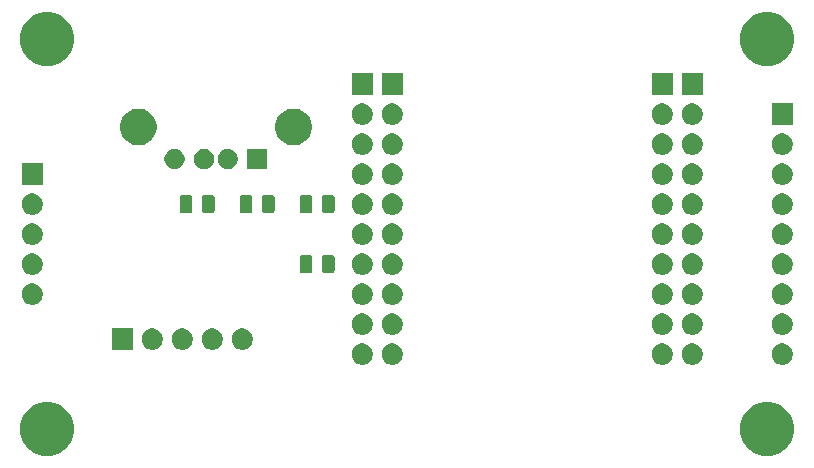
<source format=gts>
G04 #@! TF.GenerationSoftware,KiCad,Pcbnew,(5.1.5)-3*
G04 #@! TF.CreationDate,2020-05-07T08:06:12+03:00*
G04 #@! TF.ProjectId,PCB1,50434231-2e6b-4696-9361-645f70636258,rev?*
G04 #@! TF.SameCoordinates,Original*
G04 #@! TF.FileFunction,Soldermask,Top*
G04 #@! TF.FilePolarity,Negative*
%FSLAX46Y46*%
G04 Gerber Fmt 4.6, Leading zero omitted, Abs format (unit mm)*
G04 Created by KiCad (PCBNEW (5.1.5)-3) date 2020-05-07 08:06:12*
%MOMM*%
%LPD*%
G04 APERTURE LIST*
%ADD10C,0.100000*%
G04 APERTURE END LIST*
D10*
G36*
X98461304Y-67637002D02*
G01*
X98880139Y-67810489D01*
X98880141Y-67810490D01*
X99069891Y-67937277D01*
X99257082Y-68062354D01*
X99577646Y-68382918D01*
X99829511Y-68759861D01*
X100002998Y-69178696D01*
X100091440Y-69623327D01*
X100091440Y-70076673D01*
X100002998Y-70521304D01*
X99829511Y-70940139D01*
X99829510Y-70940141D01*
X99577645Y-71317083D01*
X99257083Y-71637645D01*
X98880141Y-71889510D01*
X98880140Y-71889511D01*
X98880139Y-71889511D01*
X98461304Y-72062998D01*
X98016673Y-72151440D01*
X97563327Y-72151440D01*
X97118696Y-72062998D01*
X96699861Y-71889511D01*
X96699860Y-71889511D01*
X96699859Y-71889510D01*
X96322917Y-71637645D01*
X96002355Y-71317083D01*
X95750490Y-70940141D01*
X95750489Y-70940139D01*
X95577002Y-70521304D01*
X95488560Y-70076673D01*
X95488560Y-69623327D01*
X95577002Y-69178696D01*
X95750489Y-68759861D01*
X96002354Y-68382918D01*
X96322918Y-68062354D01*
X96510109Y-67937277D01*
X96699859Y-67810490D01*
X96699861Y-67810489D01*
X97118696Y-67637002D01*
X97563327Y-67548560D01*
X98016673Y-67548560D01*
X98461304Y-67637002D01*
G37*
G36*
X37501304Y-67637002D02*
G01*
X37920139Y-67810489D01*
X37920141Y-67810490D01*
X38109891Y-67937277D01*
X38297082Y-68062354D01*
X38617646Y-68382918D01*
X38869511Y-68759861D01*
X39042998Y-69178696D01*
X39131440Y-69623327D01*
X39131440Y-70076673D01*
X39042998Y-70521304D01*
X38869511Y-70940139D01*
X38869510Y-70940141D01*
X38617645Y-71317083D01*
X38297083Y-71637645D01*
X37920141Y-71889510D01*
X37920140Y-71889511D01*
X37920139Y-71889511D01*
X37501304Y-72062998D01*
X37056673Y-72151440D01*
X36603327Y-72151440D01*
X36158696Y-72062998D01*
X35739861Y-71889511D01*
X35739860Y-71889511D01*
X35739859Y-71889510D01*
X35362917Y-71637645D01*
X35042355Y-71317083D01*
X34790490Y-70940141D01*
X34790489Y-70940139D01*
X34617002Y-70521304D01*
X34528560Y-70076673D01*
X34528560Y-69623327D01*
X34617002Y-69178696D01*
X34790489Y-68759861D01*
X35042354Y-68382918D01*
X35362918Y-68062354D01*
X35550109Y-67937277D01*
X35739859Y-67810490D01*
X35739861Y-67810489D01*
X36158696Y-67637002D01*
X36603327Y-67548560D01*
X37056673Y-67548560D01*
X37501304Y-67637002D01*
G37*
G36*
X66153512Y-62603927D02*
G01*
X66302812Y-62633624D01*
X66466784Y-62701544D01*
X66614354Y-62800147D01*
X66739853Y-62925646D01*
X66838456Y-63073216D01*
X66906376Y-63237188D01*
X66941000Y-63411259D01*
X66941000Y-63588741D01*
X66906376Y-63762812D01*
X66838456Y-63926784D01*
X66739853Y-64074354D01*
X66614354Y-64199853D01*
X66466784Y-64298456D01*
X66302812Y-64366376D01*
X66153512Y-64396073D01*
X66128742Y-64401000D01*
X65951258Y-64401000D01*
X65926488Y-64396073D01*
X65777188Y-64366376D01*
X65613216Y-64298456D01*
X65465646Y-64199853D01*
X65340147Y-64074354D01*
X65241544Y-63926784D01*
X65173624Y-63762812D01*
X65139000Y-63588741D01*
X65139000Y-63411259D01*
X65173624Y-63237188D01*
X65241544Y-63073216D01*
X65340147Y-62925646D01*
X65465646Y-62800147D01*
X65613216Y-62701544D01*
X65777188Y-62633624D01*
X65926488Y-62603927D01*
X65951258Y-62599000D01*
X66128742Y-62599000D01*
X66153512Y-62603927D01*
G37*
G36*
X99173512Y-62603927D02*
G01*
X99322812Y-62633624D01*
X99486784Y-62701544D01*
X99634354Y-62800147D01*
X99759853Y-62925646D01*
X99858456Y-63073216D01*
X99926376Y-63237188D01*
X99961000Y-63411259D01*
X99961000Y-63588741D01*
X99926376Y-63762812D01*
X99858456Y-63926784D01*
X99759853Y-64074354D01*
X99634354Y-64199853D01*
X99486784Y-64298456D01*
X99322812Y-64366376D01*
X99173512Y-64396073D01*
X99148742Y-64401000D01*
X98971258Y-64401000D01*
X98946488Y-64396073D01*
X98797188Y-64366376D01*
X98633216Y-64298456D01*
X98485646Y-64199853D01*
X98360147Y-64074354D01*
X98261544Y-63926784D01*
X98193624Y-63762812D01*
X98159000Y-63588741D01*
X98159000Y-63411259D01*
X98193624Y-63237188D01*
X98261544Y-63073216D01*
X98360147Y-62925646D01*
X98485646Y-62800147D01*
X98633216Y-62701544D01*
X98797188Y-62633624D01*
X98946488Y-62603927D01*
X98971258Y-62599000D01*
X99148742Y-62599000D01*
X99173512Y-62603927D01*
G37*
G36*
X91553512Y-62603927D02*
G01*
X91702812Y-62633624D01*
X91866784Y-62701544D01*
X92014354Y-62800147D01*
X92139853Y-62925646D01*
X92238456Y-63073216D01*
X92306376Y-63237188D01*
X92341000Y-63411259D01*
X92341000Y-63588741D01*
X92306376Y-63762812D01*
X92238456Y-63926784D01*
X92139853Y-64074354D01*
X92014354Y-64199853D01*
X91866784Y-64298456D01*
X91702812Y-64366376D01*
X91553512Y-64396073D01*
X91528742Y-64401000D01*
X91351258Y-64401000D01*
X91326488Y-64396073D01*
X91177188Y-64366376D01*
X91013216Y-64298456D01*
X90865646Y-64199853D01*
X90740147Y-64074354D01*
X90641544Y-63926784D01*
X90573624Y-63762812D01*
X90539000Y-63588741D01*
X90539000Y-63411259D01*
X90573624Y-63237188D01*
X90641544Y-63073216D01*
X90740147Y-62925646D01*
X90865646Y-62800147D01*
X91013216Y-62701544D01*
X91177188Y-62633624D01*
X91326488Y-62603927D01*
X91351258Y-62599000D01*
X91528742Y-62599000D01*
X91553512Y-62603927D01*
G37*
G36*
X89013512Y-62603927D02*
G01*
X89162812Y-62633624D01*
X89326784Y-62701544D01*
X89474354Y-62800147D01*
X89599853Y-62925646D01*
X89698456Y-63073216D01*
X89766376Y-63237188D01*
X89801000Y-63411259D01*
X89801000Y-63588741D01*
X89766376Y-63762812D01*
X89698456Y-63926784D01*
X89599853Y-64074354D01*
X89474354Y-64199853D01*
X89326784Y-64298456D01*
X89162812Y-64366376D01*
X89013512Y-64396073D01*
X88988742Y-64401000D01*
X88811258Y-64401000D01*
X88786488Y-64396073D01*
X88637188Y-64366376D01*
X88473216Y-64298456D01*
X88325646Y-64199853D01*
X88200147Y-64074354D01*
X88101544Y-63926784D01*
X88033624Y-63762812D01*
X87999000Y-63588741D01*
X87999000Y-63411259D01*
X88033624Y-63237188D01*
X88101544Y-63073216D01*
X88200147Y-62925646D01*
X88325646Y-62800147D01*
X88473216Y-62701544D01*
X88637188Y-62633624D01*
X88786488Y-62603927D01*
X88811258Y-62599000D01*
X88988742Y-62599000D01*
X89013512Y-62603927D01*
G37*
G36*
X63613512Y-62603927D02*
G01*
X63762812Y-62633624D01*
X63926784Y-62701544D01*
X64074354Y-62800147D01*
X64199853Y-62925646D01*
X64298456Y-63073216D01*
X64366376Y-63237188D01*
X64401000Y-63411259D01*
X64401000Y-63588741D01*
X64366376Y-63762812D01*
X64298456Y-63926784D01*
X64199853Y-64074354D01*
X64074354Y-64199853D01*
X63926784Y-64298456D01*
X63762812Y-64366376D01*
X63613512Y-64396073D01*
X63588742Y-64401000D01*
X63411258Y-64401000D01*
X63386488Y-64396073D01*
X63237188Y-64366376D01*
X63073216Y-64298456D01*
X62925646Y-64199853D01*
X62800147Y-64074354D01*
X62701544Y-63926784D01*
X62633624Y-63762812D01*
X62599000Y-63588741D01*
X62599000Y-63411259D01*
X62633624Y-63237188D01*
X62701544Y-63073216D01*
X62800147Y-62925646D01*
X62925646Y-62800147D01*
X63073216Y-62701544D01*
X63237188Y-62633624D01*
X63386488Y-62603927D01*
X63411258Y-62599000D01*
X63588742Y-62599000D01*
X63613512Y-62603927D01*
G37*
G36*
X45833512Y-61333927D02*
G01*
X45982812Y-61363624D01*
X46146784Y-61431544D01*
X46294354Y-61530147D01*
X46419853Y-61655646D01*
X46518456Y-61803216D01*
X46586376Y-61967188D01*
X46621000Y-62141259D01*
X46621000Y-62318741D01*
X46586376Y-62492812D01*
X46518456Y-62656784D01*
X46419853Y-62804354D01*
X46294354Y-62929853D01*
X46146784Y-63028456D01*
X45982812Y-63096376D01*
X45833512Y-63126073D01*
X45808742Y-63131000D01*
X45631258Y-63131000D01*
X45606488Y-63126073D01*
X45457188Y-63096376D01*
X45293216Y-63028456D01*
X45145646Y-62929853D01*
X45020147Y-62804354D01*
X44921544Y-62656784D01*
X44853624Y-62492812D01*
X44819000Y-62318741D01*
X44819000Y-62141259D01*
X44853624Y-61967188D01*
X44921544Y-61803216D01*
X45020147Y-61655646D01*
X45145646Y-61530147D01*
X45293216Y-61431544D01*
X45457188Y-61363624D01*
X45606488Y-61333927D01*
X45631258Y-61329000D01*
X45808742Y-61329000D01*
X45833512Y-61333927D01*
G37*
G36*
X44081000Y-63131000D02*
G01*
X42279000Y-63131000D01*
X42279000Y-61329000D01*
X44081000Y-61329000D01*
X44081000Y-63131000D01*
G37*
G36*
X48373512Y-61333927D02*
G01*
X48522812Y-61363624D01*
X48686784Y-61431544D01*
X48834354Y-61530147D01*
X48959853Y-61655646D01*
X49058456Y-61803216D01*
X49126376Y-61967188D01*
X49161000Y-62141259D01*
X49161000Y-62318741D01*
X49126376Y-62492812D01*
X49058456Y-62656784D01*
X48959853Y-62804354D01*
X48834354Y-62929853D01*
X48686784Y-63028456D01*
X48522812Y-63096376D01*
X48373512Y-63126073D01*
X48348742Y-63131000D01*
X48171258Y-63131000D01*
X48146488Y-63126073D01*
X47997188Y-63096376D01*
X47833216Y-63028456D01*
X47685646Y-62929853D01*
X47560147Y-62804354D01*
X47461544Y-62656784D01*
X47393624Y-62492812D01*
X47359000Y-62318741D01*
X47359000Y-62141259D01*
X47393624Y-61967188D01*
X47461544Y-61803216D01*
X47560147Y-61655646D01*
X47685646Y-61530147D01*
X47833216Y-61431544D01*
X47997188Y-61363624D01*
X48146488Y-61333927D01*
X48171258Y-61329000D01*
X48348742Y-61329000D01*
X48373512Y-61333927D01*
G37*
G36*
X50913512Y-61333927D02*
G01*
X51062812Y-61363624D01*
X51226784Y-61431544D01*
X51374354Y-61530147D01*
X51499853Y-61655646D01*
X51598456Y-61803216D01*
X51666376Y-61967188D01*
X51701000Y-62141259D01*
X51701000Y-62318741D01*
X51666376Y-62492812D01*
X51598456Y-62656784D01*
X51499853Y-62804354D01*
X51374354Y-62929853D01*
X51226784Y-63028456D01*
X51062812Y-63096376D01*
X50913512Y-63126073D01*
X50888742Y-63131000D01*
X50711258Y-63131000D01*
X50686488Y-63126073D01*
X50537188Y-63096376D01*
X50373216Y-63028456D01*
X50225646Y-62929853D01*
X50100147Y-62804354D01*
X50001544Y-62656784D01*
X49933624Y-62492812D01*
X49899000Y-62318741D01*
X49899000Y-62141259D01*
X49933624Y-61967188D01*
X50001544Y-61803216D01*
X50100147Y-61655646D01*
X50225646Y-61530147D01*
X50373216Y-61431544D01*
X50537188Y-61363624D01*
X50686488Y-61333927D01*
X50711258Y-61329000D01*
X50888742Y-61329000D01*
X50913512Y-61333927D01*
G37*
G36*
X53453512Y-61333927D02*
G01*
X53602812Y-61363624D01*
X53766784Y-61431544D01*
X53914354Y-61530147D01*
X54039853Y-61655646D01*
X54138456Y-61803216D01*
X54206376Y-61967188D01*
X54241000Y-62141259D01*
X54241000Y-62318741D01*
X54206376Y-62492812D01*
X54138456Y-62656784D01*
X54039853Y-62804354D01*
X53914354Y-62929853D01*
X53766784Y-63028456D01*
X53602812Y-63096376D01*
X53453512Y-63126073D01*
X53428742Y-63131000D01*
X53251258Y-63131000D01*
X53226488Y-63126073D01*
X53077188Y-63096376D01*
X52913216Y-63028456D01*
X52765646Y-62929853D01*
X52640147Y-62804354D01*
X52541544Y-62656784D01*
X52473624Y-62492812D01*
X52439000Y-62318741D01*
X52439000Y-62141259D01*
X52473624Y-61967188D01*
X52541544Y-61803216D01*
X52640147Y-61655646D01*
X52765646Y-61530147D01*
X52913216Y-61431544D01*
X53077188Y-61363624D01*
X53226488Y-61333927D01*
X53251258Y-61329000D01*
X53428742Y-61329000D01*
X53453512Y-61333927D01*
G37*
G36*
X89013512Y-60063927D02*
G01*
X89162812Y-60093624D01*
X89326784Y-60161544D01*
X89474354Y-60260147D01*
X89599853Y-60385646D01*
X89698456Y-60533216D01*
X89766376Y-60697188D01*
X89801000Y-60871259D01*
X89801000Y-61048741D01*
X89766376Y-61222812D01*
X89698456Y-61386784D01*
X89599853Y-61534354D01*
X89474354Y-61659853D01*
X89326784Y-61758456D01*
X89162812Y-61826376D01*
X89013512Y-61856073D01*
X88988742Y-61861000D01*
X88811258Y-61861000D01*
X88786488Y-61856073D01*
X88637188Y-61826376D01*
X88473216Y-61758456D01*
X88325646Y-61659853D01*
X88200147Y-61534354D01*
X88101544Y-61386784D01*
X88033624Y-61222812D01*
X87999000Y-61048741D01*
X87999000Y-60871259D01*
X88033624Y-60697188D01*
X88101544Y-60533216D01*
X88200147Y-60385646D01*
X88325646Y-60260147D01*
X88473216Y-60161544D01*
X88637188Y-60093624D01*
X88786488Y-60063927D01*
X88811258Y-60059000D01*
X88988742Y-60059000D01*
X89013512Y-60063927D01*
G37*
G36*
X99173512Y-60063927D02*
G01*
X99322812Y-60093624D01*
X99486784Y-60161544D01*
X99634354Y-60260147D01*
X99759853Y-60385646D01*
X99858456Y-60533216D01*
X99926376Y-60697188D01*
X99961000Y-60871259D01*
X99961000Y-61048741D01*
X99926376Y-61222812D01*
X99858456Y-61386784D01*
X99759853Y-61534354D01*
X99634354Y-61659853D01*
X99486784Y-61758456D01*
X99322812Y-61826376D01*
X99173512Y-61856073D01*
X99148742Y-61861000D01*
X98971258Y-61861000D01*
X98946488Y-61856073D01*
X98797188Y-61826376D01*
X98633216Y-61758456D01*
X98485646Y-61659853D01*
X98360147Y-61534354D01*
X98261544Y-61386784D01*
X98193624Y-61222812D01*
X98159000Y-61048741D01*
X98159000Y-60871259D01*
X98193624Y-60697188D01*
X98261544Y-60533216D01*
X98360147Y-60385646D01*
X98485646Y-60260147D01*
X98633216Y-60161544D01*
X98797188Y-60093624D01*
X98946488Y-60063927D01*
X98971258Y-60059000D01*
X99148742Y-60059000D01*
X99173512Y-60063927D01*
G37*
G36*
X91553512Y-60063927D02*
G01*
X91702812Y-60093624D01*
X91866784Y-60161544D01*
X92014354Y-60260147D01*
X92139853Y-60385646D01*
X92238456Y-60533216D01*
X92306376Y-60697188D01*
X92341000Y-60871259D01*
X92341000Y-61048741D01*
X92306376Y-61222812D01*
X92238456Y-61386784D01*
X92139853Y-61534354D01*
X92014354Y-61659853D01*
X91866784Y-61758456D01*
X91702812Y-61826376D01*
X91553512Y-61856073D01*
X91528742Y-61861000D01*
X91351258Y-61861000D01*
X91326488Y-61856073D01*
X91177188Y-61826376D01*
X91013216Y-61758456D01*
X90865646Y-61659853D01*
X90740147Y-61534354D01*
X90641544Y-61386784D01*
X90573624Y-61222812D01*
X90539000Y-61048741D01*
X90539000Y-60871259D01*
X90573624Y-60697188D01*
X90641544Y-60533216D01*
X90740147Y-60385646D01*
X90865646Y-60260147D01*
X91013216Y-60161544D01*
X91177188Y-60093624D01*
X91326488Y-60063927D01*
X91351258Y-60059000D01*
X91528742Y-60059000D01*
X91553512Y-60063927D01*
G37*
G36*
X66153512Y-60063927D02*
G01*
X66302812Y-60093624D01*
X66466784Y-60161544D01*
X66614354Y-60260147D01*
X66739853Y-60385646D01*
X66838456Y-60533216D01*
X66906376Y-60697188D01*
X66941000Y-60871259D01*
X66941000Y-61048741D01*
X66906376Y-61222812D01*
X66838456Y-61386784D01*
X66739853Y-61534354D01*
X66614354Y-61659853D01*
X66466784Y-61758456D01*
X66302812Y-61826376D01*
X66153512Y-61856073D01*
X66128742Y-61861000D01*
X65951258Y-61861000D01*
X65926488Y-61856073D01*
X65777188Y-61826376D01*
X65613216Y-61758456D01*
X65465646Y-61659853D01*
X65340147Y-61534354D01*
X65241544Y-61386784D01*
X65173624Y-61222812D01*
X65139000Y-61048741D01*
X65139000Y-60871259D01*
X65173624Y-60697188D01*
X65241544Y-60533216D01*
X65340147Y-60385646D01*
X65465646Y-60260147D01*
X65613216Y-60161544D01*
X65777188Y-60093624D01*
X65926488Y-60063927D01*
X65951258Y-60059000D01*
X66128742Y-60059000D01*
X66153512Y-60063927D01*
G37*
G36*
X63613512Y-60063927D02*
G01*
X63762812Y-60093624D01*
X63926784Y-60161544D01*
X64074354Y-60260147D01*
X64199853Y-60385646D01*
X64298456Y-60533216D01*
X64366376Y-60697188D01*
X64401000Y-60871259D01*
X64401000Y-61048741D01*
X64366376Y-61222812D01*
X64298456Y-61386784D01*
X64199853Y-61534354D01*
X64074354Y-61659853D01*
X63926784Y-61758456D01*
X63762812Y-61826376D01*
X63613512Y-61856073D01*
X63588742Y-61861000D01*
X63411258Y-61861000D01*
X63386488Y-61856073D01*
X63237188Y-61826376D01*
X63073216Y-61758456D01*
X62925646Y-61659853D01*
X62800147Y-61534354D01*
X62701544Y-61386784D01*
X62633624Y-61222812D01*
X62599000Y-61048741D01*
X62599000Y-60871259D01*
X62633624Y-60697188D01*
X62701544Y-60533216D01*
X62800147Y-60385646D01*
X62925646Y-60260147D01*
X63073216Y-60161544D01*
X63237188Y-60093624D01*
X63386488Y-60063927D01*
X63411258Y-60059000D01*
X63588742Y-60059000D01*
X63613512Y-60063927D01*
G37*
G36*
X91553512Y-57523927D02*
G01*
X91702812Y-57553624D01*
X91866784Y-57621544D01*
X92014354Y-57720147D01*
X92139853Y-57845646D01*
X92238456Y-57993216D01*
X92306376Y-58157188D01*
X92341000Y-58331259D01*
X92341000Y-58508741D01*
X92306376Y-58682812D01*
X92238456Y-58846784D01*
X92139853Y-58994354D01*
X92014354Y-59119853D01*
X91866784Y-59218456D01*
X91702812Y-59286376D01*
X91553512Y-59316073D01*
X91528742Y-59321000D01*
X91351258Y-59321000D01*
X91326488Y-59316073D01*
X91177188Y-59286376D01*
X91013216Y-59218456D01*
X90865646Y-59119853D01*
X90740147Y-58994354D01*
X90641544Y-58846784D01*
X90573624Y-58682812D01*
X90539000Y-58508741D01*
X90539000Y-58331259D01*
X90573624Y-58157188D01*
X90641544Y-57993216D01*
X90740147Y-57845646D01*
X90865646Y-57720147D01*
X91013216Y-57621544D01*
X91177188Y-57553624D01*
X91326488Y-57523927D01*
X91351258Y-57519000D01*
X91528742Y-57519000D01*
X91553512Y-57523927D01*
G37*
G36*
X63613512Y-57523927D02*
G01*
X63762812Y-57553624D01*
X63926784Y-57621544D01*
X64074354Y-57720147D01*
X64199853Y-57845646D01*
X64298456Y-57993216D01*
X64366376Y-58157188D01*
X64401000Y-58331259D01*
X64401000Y-58508741D01*
X64366376Y-58682812D01*
X64298456Y-58846784D01*
X64199853Y-58994354D01*
X64074354Y-59119853D01*
X63926784Y-59218456D01*
X63762812Y-59286376D01*
X63613512Y-59316073D01*
X63588742Y-59321000D01*
X63411258Y-59321000D01*
X63386488Y-59316073D01*
X63237188Y-59286376D01*
X63073216Y-59218456D01*
X62925646Y-59119853D01*
X62800147Y-58994354D01*
X62701544Y-58846784D01*
X62633624Y-58682812D01*
X62599000Y-58508741D01*
X62599000Y-58331259D01*
X62633624Y-58157188D01*
X62701544Y-57993216D01*
X62800147Y-57845646D01*
X62925646Y-57720147D01*
X63073216Y-57621544D01*
X63237188Y-57553624D01*
X63386488Y-57523927D01*
X63411258Y-57519000D01*
X63588742Y-57519000D01*
X63613512Y-57523927D01*
G37*
G36*
X66153512Y-57523927D02*
G01*
X66302812Y-57553624D01*
X66466784Y-57621544D01*
X66614354Y-57720147D01*
X66739853Y-57845646D01*
X66838456Y-57993216D01*
X66906376Y-58157188D01*
X66941000Y-58331259D01*
X66941000Y-58508741D01*
X66906376Y-58682812D01*
X66838456Y-58846784D01*
X66739853Y-58994354D01*
X66614354Y-59119853D01*
X66466784Y-59218456D01*
X66302812Y-59286376D01*
X66153512Y-59316073D01*
X66128742Y-59321000D01*
X65951258Y-59321000D01*
X65926488Y-59316073D01*
X65777188Y-59286376D01*
X65613216Y-59218456D01*
X65465646Y-59119853D01*
X65340147Y-58994354D01*
X65241544Y-58846784D01*
X65173624Y-58682812D01*
X65139000Y-58508741D01*
X65139000Y-58331259D01*
X65173624Y-58157188D01*
X65241544Y-57993216D01*
X65340147Y-57845646D01*
X65465646Y-57720147D01*
X65613216Y-57621544D01*
X65777188Y-57553624D01*
X65926488Y-57523927D01*
X65951258Y-57519000D01*
X66128742Y-57519000D01*
X66153512Y-57523927D01*
G37*
G36*
X99173512Y-57523927D02*
G01*
X99322812Y-57553624D01*
X99486784Y-57621544D01*
X99634354Y-57720147D01*
X99759853Y-57845646D01*
X99858456Y-57993216D01*
X99926376Y-58157188D01*
X99961000Y-58331259D01*
X99961000Y-58508741D01*
X99926376Y-58682812D01*
X99858456Y-58846784D01*
X99759853Y-58994354D01*
X99634354Y-59119853D01*
X99486784Y-59218456D01*
X99322812Y-59286376D01*
X99173512Y-59316073D01*
X99148742Y-59321000D01*
X98971258Y-59321000D01*
X98946488Y-59316073D01*
X98797188Y-59286376D01*
X98633216Y-59218456D01*
X98485646Y-59119853D01*
X98360147Y-58994354D01*
X98261544Y-58846784D01*
X98193624Y-58682812D01*
X98159000Y-58508741D01*
X98159000Y-58331259D01*
X98193624Y-58157188D01*
X98261544Y-57993216D01*
X98360147Y-57845646D01*
X98485646Y-57720147D01*
X98633216Y-57621544D01*
X98797188Y-57553624D01*
X98946488Y-57523927D01*
X98971258Y-57519000D01*
X99148742Y-57519000D01*
X99173512Y-57523927D01*
G37*
G36*
X89013512Y-57523927D02*
G01*
X89162812Y-57553624D01*
X89326784Y-57621544D01*
X89474354Y-57720147D01*
X89599853Y-57845646D01*
X89698456Y-57993216D01*
X89766376Y-58157188D01*
X89801000Y-58331259D01*
X89801000Y-58508741D01*
X89766376Y-58682812D01*
X89698456Y-58846784D01*
X89599853Y-58994354D01*
X89474354Y-59119853D01*
X89326784Y-59218456D01*
X89162812Y-59286376D01*
X89013512Y-59316073D01*
X88988742Y-59321000D01*
X88811258Y-59321000D01*
X88786488Y-59316073D01*
X88637188Y-59286376D01*
X88473216Y-59218456D01*
X88325646Y-59119853D01*
X88200147Y-58994354D01*
X88101544Y-58846784D01*
X88033624Y-58682812D01*
X87999000Y-58508741D01*
X87999000Y-58331259D01*
X88033624Y-58157188D01*
X88101544Y-57993216D01*
X88200147Y-57845646D01*
X88325646Y-57720147D01*
X88473216Y-57621544D01*
X88637188Y-57553624D01*
X88786488Y-57523927D01*
X88811258Y-57519000D01*
X88988742Y-57519000D01*
X89013512Y-57523927D01*
G37*
G36*
X35673512Y-57523927D02*
G01*
X35822812Y-57553624D01*
X35986784Y-57621544D01*
X36134354Y-57720147D01*
X36259853Y-57845646D01*
X36358456Y-57993216D01*
X36426376Y-58157188D01*
X36461000Y-58331259D01*
X36461000Y-58508741D01*
X36426376Y-58682812D01*
X36358456Y-58846784D01*
X36259853Y-58994354D01*
X36134354Y-59119853D01*
X35986784Y-59218456D01*
X35822812Y-59286376D01*
X35673512Y-59316073D01*
X35648742Y-59321000D01*
X35471258Y-59321000D01*
X35446488Y-59316073D01*
X35297188Y-59286376D01*
X35133216Y-59218456D01*
X34985646Y-59119853D01*
X34860147Y-58994354D01*
X34761544Y-58846784D01*
X34693624Y-58682812D01*
X34659000Y-58508741D01*
X34659000Y-58331259D01*
X34693624Y-58157188D01*
X34761544Y-57993216D01*
X34860147Y-57845646D01*
X34985646Y-57720147D01*
X35133216Y-57621544D01*
X35297188Y-57553624D01*
X35446488Y-57523927D01*
X35471258Y-57519000D01*
X35648742Y-57519000D01*
X35673512Y-57523927D01*
G37*
G36*
X66153512Y-54983927D02*
G01*
X66302812Y-55013624D01*
X66466784Y-55081544D01*
X66614354Y-55180147D01*
X66739853Y-55305646D01*
X66838456Y-55453216D01*
X66906376Y-55617188D01*
X66941000Y-55791259D01*
X66941000Y-55968741D01*
X66906376Y-56142812D01*
X66838456Y-56306784D01*
X66739853Y-56454354D01*
X66614354Y-56579853D01*
X66466784Y-56678456D01*
X66302812Y-56746376D01*
X66153512Y-56776073D01*
X66128742Y-56781000D01*
X65951258Y-56781000D01*
X65926488Y-56776073D01*
X65777188Y-56746376D01*
X65613216Y-56678456D01*
X65465646Y-56579853D01*
X65340147Y-56454354D01*
X65241544Y-56306784D01*
X65173624Y-56142812D01*
X65139000Y-55968741D01*
X65139000Y-55791259D01*
X65173624Y-55617188D01*
X65241544Y-55453216D01*
X65340147Y-55305646D01*
X65465646Y-55180147D01*
X65613216Y-55081544D01*
X65777188Y-55013624D01*
X65926488Y-54983927D01*
X65951258Y-54979000D01*
X66128742Y-54979000D01*
X66153512Y-54983927D01*
G37*
G36*
X99173512Y-54983927D02*
G01*
X99322812Y-55013624D01*
X99486784Y-55081544D01*
X99634354Y-55180147D01*
X99759853Y-55305646D01*
X99858456Y-55453216D01*
X99926376Y-55617188D01*
X99961000Y-55791259D01*
X99961000Y-55968741D01*
X99926376Y-56142812D01*
X99858456Y-56306784D01*
X99759853Y-56454354D01*
X99634354Y-56579853D01*
X99486784Y-56678456D01*
X99322812Y-56746376D01*
X99173512Y-56776073D01*
X99148742Y-56781000D01*
X98971258Y-56781000D01*
X98946488Y-56776073D01*
X98797188Y-56746376D01*
X98633216Y-56678456D01*
X98485646Y-56579853D01*
X98360147Y-56454354D01*
X98261544Y-56306784D01*
X98193624Y-56142812D01*
X98159000Y-55968741D01*
X98159000Y-55791259D01*
X98193624Y-55617188D01*
X98261544Y-55453216D01*
X98360147Y-55305646D01*
X98485646Y-55180147D01*
X98633216Y-55081544D01*
X98797188Y-55013624D01*
X98946488Y-54983927D01*
X98971258Y-54979000D01*
X99148742Y-54979000D01*
X99173512Y-54983927D01*
G37*
G36*
X63613512Y-54983927D02*
G01*
X63762812Y-55013624D01*
X63926784Y-55081544D01*
X64074354Y-55180147D01*
X64199853Y-55305646D01*
X64298456Y-55453216D01*
X64366376Y-55617188D01*
X64401000Y-55791259D01*
X64401000Y-55968741D01*
X64366376Y-56142812D01*
X64298456Y-56306784D01*
X64199853Y-56454354D01*
X64074354Y-56579853D01*
X63926784Y-56678456D01*
X63762812Y-56746376D01*
X63613512Y-56776073D01*
X63588742Y-56781000D01*
X63411258Y-56781000D01*
X63386488Y-56776073D01*
X63237188Y-56746376D01*
X63073216Y-56678456D01*
X62925646Y-56579853D01*
X62800147Y-56454354D01*
X62701544Y-56306784D01*
X62633624Y-56142812D01*
X62599000Y-55968741D01*
X62599000Y-55791259D01*
X62633624Y-55617188D01*
X62701544Y-55453216D01*
X62800147Y-55305646D01*
X62925646Y-55180147D01*
X63073216Y-55081544D01*
X63237188Y-55013624D01*
X63386488Y-54983927D01*
X63411258Y-54979000D01*
X63588742Y-54979000D01*
X63613512Y-54983927D01*
G37*
G36*
X35673512Y-54983927D02*
G01*
X35822812Y-55013624D01*
X35986784Y-55081544D01*
X36134354Y-55180147D01*
X36259853Y-55305646D01*
X36358456Y-55453216D01*
X36426376Y-55617188D01*
X36461000Y-55791259D01*
X36461000Y-55968741D01*
X36426376Y-56142812D01*
X36358456Y-56306784D01*
X36259853Y-56454354D01*
X36134354Y-56579853D01*
X35986784Y-56678456D01*
X35822812Y-56746376D01*
X35673512Y-56776073D01*
X35648742Y-56781000D01*
X35471258Y-56781000D01*
X35446488Y-56776073D01*
X35297188Y-56746376D01*
X35133216Y-56678456D01*
X34985646Y-56579853D01*
X34860147Y-56454354D01*
X34761544Y-56306784D01*
X34693624Y-56142812D01*
X34659000Y-55968741D01*
X34659000Y-55791259D01*
X34693624Y-55617188D01*
X34761544Y-55453216D01*
X34860147Y-55305646D01*
X34985646Y-55180147D01*
X35133216Y-55081544D01*
X35297188Y-55013624D01*
X35446488Y-54983927D01*
X35471258Y-54979000D01*
X35648742Y-54979000D01*
X35673512Y-54983927D01*
G37*
G36*
X89013512Y-54983927D02*
G01*
X89162812Y-55013624D01*
X89326784Y-55081544D01*
X89474354Y-55180147D01*
X89599853Y-55305646D01*
X89698456Y-55453216D01*
X89766376Y-55617188D01*
X89801000Y-55791259D01*
X89801000Y-55968741D01*
X89766376Y-56142812D01*
X89698456Y-56306784D01*
X89599853Y-56454354D01*
X89474354Y-56579853D01*
X89326784Y-56678456D01*
X89162812Y-56746376D01*
X89013512Y-56776073D01*
X88988742Y-56781000D01*
X88811258Y-56781000D01*
X88786488Y-56776073D01*
X88637188Y-56746376D01*
X88473216Y-56678456D01*
X88325646Y-56579853D01*
X88200147Y-56454354D01*
X88101544Y-56306784D01*
X88033624Y-56142812D01*
X87999000Y-55968741D01*
X87999000Y-55791259D01*
X88033624Y-55617188D01*
X88101544Y-55453216D01*
X88200147Y-55305646D01*
X88325646Y-55180147D01*
X88473216Y-55081544D01*
X88637188Y-55013624D01*
X88786488Y-54983927D01*
X88811258Y-54979000D01*
X88988742Y-54979000D01*
X89013512Y-54983927D01*
G37*
G36*
X91553512Y-54983927D02*
G01*
X91702812Y-55013624D01*
X91866784Y-55081544D01*
X92014354Y-55180147D01*
X92139853Y-55305646D01*
X92238456Y-55453216D01*
X92306376Y-55617188D01*
X92341000Y-55791259D01*
X92341000Y-55968741D01*
X92306376Y-56142812D01*
X92238456Y-56306784D01*
X92139853Y-56454354D01*
X92014354Y-56579853D01*
X91866784Y-56678456D01*
X91702812Y-56746376D01*
X91553512Y-56776073D01*
X91528742Y-56781000D01*
X91351258Y-56781000D01*
X91326488Y-56776073D01*
X91177188Y-56746376D01*
X91013216Y-56678456D01*
X90865646Y-56579853D01*
X90740147Y-56454354D01*
X90641544Y-56306784D01*
X90573624Y-56142812D01*
X90539000Y-55968741D01*
X90539000Y-55791259D01*
X90573624Y-55617188D01*
X90641544Y-55453216D01*
X90740147Y-55305646D01*
X90865646Y-55180147D01*
X91013216Y-55081544D01*
X91177188Y-55013624D01*
X91326488Y-54983927D01*
X91351258Y-54979000D01*
X91528742Y-54979000D01*
X91553512Y-54983927D01*
G37*
G36*
X59124468Y-55133565D02*
G01*
X59163138Y-55145296D01*
X59198777Y-55164346D01*
X59230017Y-55189983D01*
X59255654Y-55221223D01*
X59274704Y-55256862D01*
X59286435Y-55295532D01*
X59291000Y-55341888D01*
X59291000Y-56418112D01*
X59286435Y-56464468D01*
X59274704Y-56503138D01*
X59255654Y-56538777D01*
X59230017Y-56570017D01*
X59198777Y-56595654D01*
X59163138Y-56614704D01*
X59124468Y-56626435D01*
X59078112Y-56631000D01*
X58426888Y-56631000D01*
X58380532Y-56626435D01*
X58341862Y-56614704D01*
X58306223Y-56595654D01*
X58274983Y-56570017D01*
X58249346Y-56538777D01*
X58230296Y-56503138D01*
X58218565Y-56464468D01*
X58214000Y-56418112D01*
X58214000Y-55341888D01*
X58218565Y-55295532D01*
X58230296Y-55256862D01*
X58249346Y-55221223D01*
X58274983Y-55189983D01*
X58306223Y-55164346D01*
X58341862Y-55145296D01*
X58380532Y-55133565D01*
X58426888Y-55129000D01*
X59078112Y-55129000D01*
X59124468Y-55133565D01*
G37*
G36*
X60999468Y-55133565D02*
G01*
X61038138Y-55145296D01*
X61073777Y-55164346D01*
X61105017Y-55189983D01*
X61130654Y-55221223D01*
X61149704Y-55256862D01*
X61161435Y-55295532D01*
X61166000Y-55341888D01*
X61166000Y-56418112D01*
X61161435Y-56464468D01*
X61149704Y-56503138D01*
X61130654Y-56538777D01*
X61105017Y-56570017D01*
X61073777Y-56595654D01*
X61038138Y-56614704D01*
X60999468Y-56626435D01*
X60953112Y-56631000D01*
X60301888Y-56631000D01*
X60255532Y-56626435D01*
X60216862Y-56614704D01*
X60181223Y-56595654D01*
X60149983Y-56570017D01*
X60124346Y-56538777D01*
X60105296Y-56503138D01*
X60093565Y-56464468D01*
X60089000Y-56418112D01*
X60089000Y-55341888D01*
X60093565Y-55295532D01*
X60105296Y-55256862D01*
X60124346Y-55221223D01*
X60149983Y-55189983D01*
X60181223Y-55164346D01*
X60216862Y-55145296D01*
X60255532Y-55133565D01*
X60301888Y-55129000D01*
X60953112Y-55129000D01*
X60999468Y-55133565D01*
G37*
G36*
X91553512Y-52443927D02*
G01*
X91702812Y-52473624D01*
X91866784Y-52541544D01*
X92014354Y-52640147D01*
X92139853Y-52765646D01*
X92238456Y-52913216D01*
X92306376Y-53077188D01*
X92341000Y-53251259D01*
X92341000Y-53428741D01*
X92306376Y-53602812D01*
X92238456Y-53766784D01*
X92139853Y-53914354D01*
X92014354Y-54039853D01*
X91866784Y-54138456D01*
X91702812Y-54206376D01*
X91553512Y-54236073D01*
X91528742Y-54241000D01*
X91351258Y-54241000D01*
X91326488Y-54236073D01*
X91177188Y-54206376D01*
X91013216Y-54138456D01*
X90865646Y-54039853D01*
X90740147Y-53914354D01*
X90641544Y-53766784D01*
X90573624Y-53602812D01*
X90539000Y-53428741D01*
X90539000Y-53251259D01*
X90573624Y-53077188D01*
X90641544Y-52913216D01*
X90740147Y-52765646D01*
X90865646Y-52640147D01*
X91013216Y-52541544D01*
X91177188Y-52473624D01*
X91326488Y-52443927D01*
X91351258Y-52439000D01*
X91528742Y-52439000D01*
X91553512Y-52443927D01*
G37*
G36*
X99173512Y-52443927D02*
G01*
X99322812Y-52473624D01*
X99486784Y-52541544D01*
X99634354Y-52640147D01*
X99759853Y-52765646D01*
X99858456Y-52913216D01*
X99926376Y-53077188D01*
X99961000Y-53251259D01*
X99961000Y-53428741D01*
X99926376Y-53602812D01*
X99858456Y-53766784D01*
X99759853Y-53914354D01*
X99634354Y-54039853D01*
X99486784Y-54138456D01*
X99322812Y-54206376D01*
X99173512Y-54236073D01*
X99148742Y-54241000D01*
X98971258Y-54241000D01*
X98946488Y-54236073D01*
X98797188Y-54206376D01*
X98633216Y-54138456D01*
X98485646Y-54039853D01*
X98360147Y-53914354D01*
X98261544Y-53766784D01*
X98193624Y-53602812D01*
X98159000Y-53428741D01*
X98159000Y-53251259D01*
X98193624Y-53077188D01*
X98261544Y-52913216D01*
X98360147Y-52765646D01*
X98485646Y-52640147D01*
X98633216Y-52541544D01*
X98797188Y-52473624D01*
X98946488Y-52443927D01*
X98971258Y-52439000D01*
X99148742Y-52439000D01*
X99173512Y-52443927D01*
G37*
G36*
X63613512Y-52443927D02*
G01*
X63762812Y-52473624D01*
X63926784Y-52541544D01*
X64074354Y-52640147D01*
X64199853Y-52765646D01*
X64298456Y-52913216D01*
X64366376Y-53077188D01*
X64401000Y-53251259D01*
X64401000Y-53428741D01*
X64366376Y-53602812D01*
X64298456Y-53766784D01*
X64199853Y-53914354D01*
X64074354Y-54039853D01*
X63926784Y-54138456D01*
X63762812Y-54206376D01*
X63613512Y-54236073D01*
X63588742Y-54241000D01*
X63411258Y-54241000D01*
X63386488Y-54236073D01*
X63237188Y-54206376D01*
X63073216Y-54138456D01*
X62925646Y-54039853D01*
X62800147Y-53914354D01*
X62701544Y-53766784D01*
X62633624Y-53602812D01*
X62599000Y-53428741D01*
X62599000Y-53251259D01*
X62633624Y-53077188D01*
X62701544Y-52913216D01*
X62800147Y-52765646D01*
X62925646Y-52640147D01*
X63073216Y-52541544D01*
X63237188Y-52473624D01*
X63386488Y-52443927D01*
X63411258Y-52439000D01*
X63588742Y-52439000D01*
X63613512Y-52443927D01*
G37*
G36*
X89013512Y-52443927D02*
G01*
X89162812Y-52473624D01*
X89326784Y-52541544D01*
X89474354Y-52640147D01*
X89599853Y-52765646D01*
X89698456Y-52913216D01*
X89766376Y-53077188D01*
X89801000Y-53251259D01*
X89801000Y-53428741D01*
X89766376Y-53602812D01*
X89698456Y-53766784D01*
X89599853Y-53914354D01*
X89474354Y-54039853D01*
X89326784Y-54138456D01*
X89162812Y-54206376D01*
X89013512Y-54236073D01*
X88988742Y-54241000D01*
X88811258Y-54241000D01*
X88786488Y-54236073D01*
X88637188Y-54206376D01*
X88473216Y-54138456D01*
X88325646Y-54039853D01*
X88200147Y-53914354D01*
X88101544Y-53766784D01*
X88033624Y-53602812D01*
X87999000Y-53428741D01*
X87999000Y-53251259D01*
X88033624Y-53077188D01*
X88101544Y-52913216D01*
X88200147Y-52765646D01*
X88325646Y-52640147D01*
X88473216Y-52541544D01*
X88637188Y-52473624D01*
X88786488Y-52443927D01*
X88811258Y-52439000D01*
X88988742Y-52439000D01*
X89013512Y-52443927D01*
G37*
G36*
X35673512Y-52443927D02*
G01*
X35822812Y-52473624D01*
X35986784Y-52541544D01*
X36134354Y-52640147D01*
X36259853Y-52765646D01*
X36358456Y-52913216D01*
X36426376Y-53077188D01*
X36461000Y-53251259D01*
X36461000Y-53428741D01*
X36426376Y-53602812D01*
X36358456Y-53766784D01*
X36259853Y-53914354D01*
X36134354Y-54039853D01*
X35986784Y-54138456D01*
X35822812Y-54206376D01*
X35673512Y-54236073D01*
X35648742Y-54241000D01*
X35471258Y-54241000D01*
X35446488Y-54236073D01*
X35297188Y-54206376D01*
X35133216Y-54138456D01*
X34985646Y-54039853D01*
X34860147Y-53914354D01*
X34761544Y-53766784D01*
X34693624Y-53602812D01*
X34659000Y-53428741D01*
X34659000Y-53251259D01*
X34693624Y-53077188D01*
X34761544Y-52913216D01*
X34860147Y-52765646D01*
X34985646Y-52640147D01*
X35133216Y-52541544D01*
X35297188Y-52473624D01*
X35446488Y-52443927D01*
X35471258Y-52439000D01*
X35648742Y-52439000D01*
X35673512Y-52443927D01*
G37*
G36*
X66153512Y-52443927D02*
G01*
X66302812Y-52473624D01*
X66466784Y-52541544D01*
X66614354Y-52640147D01*
X66739853Y-52765646D01*
X66838456Y-52913216D01*
X66906376Y-53077188D01*
X66941000Y-53251259D01*
X66941000Y-53428741D01*
X66906376Y-53602812D01*
X66838456Y-53766784D01*
X66739853Y-53914354D01*
X66614354Y-54039853D01*
X66466784Y-54138456D01*
X66302812Y-54206376D01*
X66153512Y-54236073D01*
X66128742Y-54241000D01*
X65951258Y-54241000D01*
X65926488Y-54236073D01*
X65777188Y-54206376D01*
X65613216Y-54138456D01*
X65465646Y-54039853D01*
X65340147Y-53914354D01*
X65241544Y-53766784D01*
X65173624Y-53602812D01*
X65139000Y-53428741D01*
X65139000Y-53251259D01*
X65173624Y-53077188D01*
X65241544Y-52913216D01*
X65340147Y-52765646D01*
X65465646Y-52640147D01*
X65613216Y-52541544D01*
X65777188Y-52473624D01*
X65926488Y-52443927D01*
X65951258Y-52439000D01*
X66128742Y-52439000D01*
X66153512Y-52443927D01*
G37*
G36*
X63613512Y-49903927D02*
G01*
X63762812Y-49933624D01*
X63926784Y-50001544D01*
X64074354Y-50100147D01*
X64199853Y-50225646D01*
X64298456Y-50373216D01*
X64366376Y-50537188D01*
X64401000Y-50711259D01*
X64401000Y-50888741D01*
X64366376Y-51062812D01*
X64298456Y-51226784D01*
X64199853Y-51374354D01*
X64074354Y-51499853D01*
X63926784Y-51598456D01*
X63762812Y-51666376D01*
X63613512Y-51696073D01*
X63588742Y-51701000D01*
X63411258Y-51701000D01*
X63386488Y-51696073D01*
X63237188Y-51666376D01*
X63073216Y-51598456D01*
X62925646Y-51499853D01*
X62800147Y-51374354D01*
X62701544Y-51226784D01*
X62633624Y-51062812D01*
X62599000Y-50888741D01*
X62599000Y-50711259D01*
X62633624Y-50537188D01*
X62701544Y-50373216D01*
X62800147Y-50225646D01*
X62925646Y-50100147D01*
X63073216Y-50001544D01*
X63237188Y-49933624D01*
X63386488Y-49903927D01*
X63411258Y-49899000D01*
X63588742Y-49899000D01*
X63613512Y-49903927D01*
G37*
G36*
X35673512Y-49903927D02*
G01*
X35822812Y-49933624D01*
X35986784Y-50001544D01*
X36134354Y-50100147D01*
X36259853Y-50225646D01*
X36358456Y-50373216D01*
X36426376Y-50537188D01*
X36461000Y-50711259D01*
X36461000Y-50888741D01*
X36426376Y-51062812D01*
X36358456Y-51226784D01*
X36259853Y-51374354D01*
X36134354Y-51499853D01*
X35986784Y-51598456D01*
X35822812Y-51666376D01*
X35673512Y-51696073D01*
X35648742Y-51701000D01*
X35471258Y-51701000D01*
X35446488Y-51696073D01*
X35297188Y-51666376D01*
X35133216Y-51598456D01*
X34985646Y-51499853D01*
X34860147Y-51374354D01*
X34761544Y-51226784D01*
X34693624Y-51062812D01*
X34659000Y-50888741D01*
X34659000Y-50711259D01*
X34693624Y-50537188D01*
X34761544Y-50373216D01*
X34860147Y-50225646D01*
X34985646Y-50100147D01*
X35133216Y-50001544D01*
X35297188Y-49933624D01*
X35446488Y-49903927D01*
X35471258Y-49899000D01*
X35648742Y-49899000D01*
X35673512Y-49903927D01*
G37*
G36*
X66153512Y-49903927D02*
G01*
X66302812Y-49933624D01*
X66466784Y-50001544D01*
X66614354Y-50100147D01*
X66739853Y-50225646D01*
X66838456Y-50373216D01*
X66906376Y-50537188D01*
X66941000Y-50711259D01*
X66941000Y-50888741D01*
X66906376Y-51062812D01*
X66838456Y-51226784D01*
X66739853Y-51374354D01*
X66614354Y-51499853D01*
X66466784Y-51598456D01*
X66302812Y-51666376D01*
X66153512Y-51696073D01*
X66128742Y-51701000D01*
X65951258Y-51701000D01*
X65926488Y-51696073D01*
X65777188Y-51666376D01*
X65613216Y-51598456D01*
X65465646Y-51499853D01*
X65340147Y-51374354D01*
X65241544Y-51226784D01*
X65173624Y-51062812D01*
X65139000Y-50888741D01*
X65139000Y-50711259D01*
X65173624Y-50537188D01*
X65241544Y-50373216D01*
X65340147Y-50225646D01*
X65465646Y-50100147D01*
X65613216Y-50001544D01*
X65777188Y-49933624D01*
X65926488Y-49903927D01*
X65951258Y-49899000D01*
X66128742Y-49899000D01*
X66153512Y-49903927D01*
G37*
G36*
X91553512Y-49903927D02*
G01*
X91702812Y-49933624D01*
X91866784Y-50001544D01*
X92014354Y-50100147D01*
X92139853Y-50225646D01*
X92238456Y-50373216D01*
X92306376Y-50537188D01*
X92341000Y-50711259D01*
X92341000Y-50888741D01*
X92306376Y-51062812D01*
X92238456Y-51226784D01*
X92139853Y-51374354D01*
X92014354Y-51499853D01*
X91866784Y-51598456D01*
X91702812Y-51666376D01*
X91553512Y-51696073D01*
X91528742Y-51701000D01*
X91351258Y-51701000D01*
X91326488Y-51696073D01*
X91177188Y-51666376D01*
X91013216Y-51598456D01*
X90865646Y-51499853D01*
X90740147Y-51374354D01*
X90641544Y-51226784D01*
X90573624Y-51062812D01*
X90539000Y-50888741D01*
X90539000Y-50711259D01*
X90573624Y-50537188D01*
X90641544Y-50373216D01*
X90740147Y-50225646D01*
X90865646Y-50100147D01*
X91013216Y-50001544D01*
X91177188Y-49933624D01*
X91326488Y-49903927D01*
X91351258Y-49899000D01*
X91528742Y-49899000D01*
X91553512Y-49903927D01*
G37*
G36*
X99173512Y-49903927D02*
G01*
X99322812Y-49933624D01*
X99486784Y-50001544D01*
X99634354Y-50100147D01*
X99759853Y-50225646D01*
X99858456Y-50373216D01*
X99926376Y-50537188D01*
X99961000Y-50711259D01*
X99961000Y-50888741D01*
X99926376Y-51062812D01*
X99858456Y-51226784D01*
X99759853Y-51374354D01*
X99634354Y-51499853D01*
X99486784Y-51598456D01*
X99322812Y-51666376D01*
X99173512Y-51696073D01*
X99148742Y-51701000D01*
X98971258Y-51701000D01*
X98946488Y-51696073D01*
X98797188Y-51666376D01*
X98633216Y-51598456D01*
X98485646Y-51499853D01*
X98360147Y-51374354D01*
X98261544Y-51226784D01*
X98193624Y-51062812D01*
X98159000Y-50888741D01*
X98159000Y-50711259D01*
X98193624Y-50537188D01*
X98261544Y-50373216D01*
X98360147Y-50225646D01*
X98485646Y-50100147D01*
X98633216Y-50001544D01*
X98797188Y-49933624D01*
X98946488Y-49903927D01*
X98971258Y-49899000D01*
X99148742Y-49899000D01*
X99173512Y-49903927D01*
G37*
G36*
X89013512Y-49903927D02*
G01*
X89162812Y-49933624D01*
X89326784Y-50001544D01*
X89474354Y-50100147D01*
X89599853Y-50225646D01*
X89698456Y-50373216D01*
X89766376Y-50537188D01*
X89801000Y-50711259D01*
X89801000Y-50888741D01*
X89766376Y-51062812D01*
X89698456Y-51226784D01*
X89599853Y-51374354D01*
X89474354Y-51499853D01*
X89326784Y-51598456D01*
X89162812Y-51666376D01*
X89013512Y-51696073D01*
X88988742Y-51701000D01*
X88811258Y-51701000D01*
X88786488Y-51696073D01*
X88637188Y-51666376D01*
X88473216Y-51598456D01*
X88325646Y-51499853D01*
X88200147Y-51374354D01*
X88101544Y-51226784D01*
X88033624Y-51062812D01*
X87999000Y-50888741D01*
X87999000Y-50711259D01*
X88033624Y-50537188D01*
X88101544Y-50373216D01*
X88200147Y-50225646D01*
X88325646Y-50100147D01*
X88473216Y-50001544D01*
X88637188Y-49933624D01*
X88786488Y-49903927D01*
X88811258Y-49899000D01*
X88988742Y-49899000D01*
X89013512Y-49903927D01*
G37*
G36*
X60999468Y-50053565D02*
G01*
X61038138Y-50065296D01*
X61073777Y-50084346D01*
X61105017Y-50109983D01*
X61130654Y-50141223D01*
X61149704Y-50176862D01*
X61161435Y-50215532D01*
X61166000Y-50261888D01*
X61166000Y-51338112D01*
X61161435Y-51384468D01*
X61149704Y-51423138D01*
X61130654Y-51458777D01*
X61105017Y-51490017D01*
X61073777Y-51515654D01*
X61038138Y-51534704D01*
X60999468Y-51546435D01*
X60953112Y-51551000D01*
X60301888Y-51551000D01*
X60255532Y-51546435D01*
X60216862Y-51534704D01*
X60181223Y-51515654D01*
X60149983Y-51490017D01*
X60124346Y-51458777D01*
X60105296Y-51423138D01*
X60093565Y-51384468D01*
X60089000Y-51338112D01*
X60089000Y-50261888D01*
X60093565Y-50215532D01*
X60105296Y-50176862D01*
X60124346Y-50141223D01*
X60149983Y-50109983D01*
X60181223Y-50084346D01*
X60216862Y-50065296D01*
X60255532Y-50053565D01*
X60301888Y-50049000D01*
X60953112Y-50049000D01*
X60999468Y-50053565D01*
G37*
G36*
X50839468Y-50053565D02*
G01*
X50878138Y-50065296D01*
X50913777Y-50084346D01*
X50945017Y-50109983D01*
X50970654Y-50141223D01*
X50989704Y-50176862D01*
X51001435Y-50215532D01*
X51006000Y-50261888D01*
X51006000Y-51338112D01*
X51001435Y-51384468D01*
X50989704Y-51423138D01*
X50970654Y-51458777D01*
X50945017Y-51490017D01*
X50913777Y-51515654D01*
X50878138Y-51534704D01*
X50839468Y-51546435D01*
X50793112Y-51551000D01*
X50141888Y-51551000D01*
X50095532Y-51546435D01*
X50056862Y-51534704D01*
X50021223Y-51515654D01*
X49989983Y-51490017D01*
X49964346Y-51458777D01*
X49945296Y-51423138D01*
X49933565Y-51384468D01*
X49929000Y-51338112D01*
X49929000Y-50261888D01*
X49933565Y-50215532D01*
X49945296Y-50176862D01*
X49964346Y-50141223D01*
X49989983Y-50109983D01*
X50021223Y-50084346D01*
X50056862Y-50065296D01*
X50095532Y-50053565D01*
X50141888Y-50049000D01*
X50793112Y-50049000D01*
X50839468Y-50053565D01*
G37*
G36*
X48964468Y-50053565D02*
G01*
X49003138Y-50065296D01*
X49038777Y-50084346D01*
X49070017Y-50109983D01*
X49095654Y-50141223D01*
X49114704Y-50176862D01*
X49126435Y-50215532D01*
X49131000Y-50261888D01*
X49131000Y-51338112D01*
X49126435Y-51384468D01*
X49114704Y-51423138D01*
X49095654Y-51458777D01*
X49070017Y-51490017D01*
X49038777Y-51515654D01*
X49003138Y-51534704D01*
X48964468Y-51546435D01*
X48918112Y-51551000D01*
X48266888Y-51551000D01*
X48220532Y-51546435D01*
X48181862Y-51534704D01*
X48146223Y-51515654D01*
X48114983Y-51490017D01*
X48089346Y-51458777D01*
X48070296Y-51423138D01*
X48058565Y-51384468D01*
X48054000Y-51338112D01*
X48054000Y-50261888D01*
X48058565Y-50215532D01*
X48070296Y-50176862D01*
X48089346Y-50141223D01*
X48114983Y-50109983D01*
X48146223Y-50084346D01*
X48181862Y-50065296D01*
X48220532Y-50053565D01*
X48266888Y-50049000D01*
X48918112Y-50049000D01*
X48964468Y-50053565D01*
G37*
G36*
X54044468Y-50053565D02*
G01*
X54083138Y-50065296D01*
X54118777Y-50084346D01*
X54150017Y-50109983D01*
X54175654Y-50141223D01*
X54194704Y-50176862D01*
X54206435Y-50215532D01*
X54211000Y-50261888D01*
X54211000Y-51338112D01*
X54206435Y-51384468D01*
X54194704Y-51423138D01*
X54175654Y-51458777D01*
X54150017Y-51490017D01*
X54118777Y-51515654D01*
X54083138Y-51534704D01*
X54044468Y-51546435D01*
X53998112Y-51551000D01*
X53346888Y-51551000D01*
X53300532Y-51546435D01*
X53261862Y-51534704D01*
X53226223Y-51515654D01*
X53194983Y-51490017D01*
X53169346Y-51458777D01*
X53150296Y-51423138D01*
X53138565Y-51384468D01*
X53134000Y-51338112D01*
X53134000Y-50261888D01*
X53138565Y-50215532D01*
X53150296Y-50176862D01*
X53169346Y-50141223D01*
X53194983Y-50109983D01*
X53226223Y-50084346D01*
X53261862Y-50065296D01*
X53300532Y-50053565D01*
X53346888Y-50049000D01*
X53998112Y-50049000D01*
X54044468Y-50053565D01*
G37*
G36*
X55919468Y-50053565D02*
G01*
X55958138Y-50065296D01*
X55993777Y-50084346D01*
X56025017Y-50109983D01*
X56050654Y-50141223D01*
X56069704Y-50176862D01*
X56081435Y-50215532D01*
X56086000Y-50261888D01*
X56086000Y-51338112D01*
X56081435Y-51384468D01*
X56069704Y-51423138D01*
X56050654Y-51458777D01*
X56025017Y-51490017D01*
X55993777Y-51515654D01*
X55958138Y-51534704D01*
X55919468Y-51546435D01*
X55873112Y-51551000D01*
X55221888Y-51551000D01*
X55175532Y-51546435D01*
X55136862Y-51534704D01*
X55101223Y-51515654D01*
X55069983Y-51490017D01*
X55044346Y-51458777D01*
X55025296Y-51423138D01*
X55013565Y-51384468D01*
X55009000Y-51338112D01*
X55009000Y-50261888D01*
X55013565Y-50215532D01*
X55025296Y-50176862D01*
X55044346Y-50141223D01*
X55069983Y-50109983D01*
X55101223Y-50084346D01*
X55136862Y-50065296D01*
X55175532Y-50053565D01*
X55221888Y-50049000D01*
X55873112Y-50049000D01*
X55919468Y-50053565D01*
G37*
G36*
X59124468Y-50053565D02*
G01*
X59163138Y-50065296D01*
X59198777Y-50084346D01*
X59230017Y-50109983D01*
X59255654Y-50141223D01*
X59274704Y-50176862D01*
X59286435Y-50215532D01*
X59291000Y-50261888D01*
X59291000Y-51338112D01*
X59286435Y-51384468D01*
X59274704Y-51423138D01*
X59255654Y-51458777D01*
X59230017Y-51490017D01*
X59198777Y-51515654D01*
X59163138Y-51534704D01*
X59124468Y-51546435D01*
X59078112Y-51551000D01*
X58426888Y-51551000D01*
X58380532Y-51546435D01*
X58341862Y-51534704D01*
X58306223Y-51515654D01*
X58274983Y-51490017D01*
X58249346Y-51458777D01*
X58230296Y-51423138D01*
X58218565Y-51384468D01*
X58214000Y-51338112D01*
X58214000Y-50261888D01*
X58218565Y-50215532D01*
X58230296Y-50176862D01*
X58249346Y-50141223D01*
X58274983Y-50109983D01*
X58306223Y-50084346D01*
X58341862Y-50065296D01*
X58380532Y-50053565D01*
X58426888Y-50049000D01*
X59078112Y-50049000D01*
X59124468Y-50053565D01*
G37*
G36*
X36461000Y-49161000D02*
G01*
X34659000Y-49161000D01*
X34659000Y-47359000D01*
X36461000Y-47359000D01*
X36461000Y-49161000D01*
G37*
G36*
X66153512Y-47363927D02*
G01*
X66302812Y-47393624D01*
X66466784Y-47461544D01*
X66614354Y-47560147D01*
X66739853Y-47685646D01*
X66838456Y-47833216D01*
X66906376Y-47997188D01*
X66941000Y-48171259D01*
X66941000Y-48348741D01*
X66906376Y-48522812D01*
X66838456Y-48686784D01*
X66739853Y-48834354D01*
X66614354Y-48959853D01*
X66466784Y-49058456D01*
X66302812Y-49126376D01*
X66153512Y-49156073D01*
X66128742Y-49161000D01*
X65951258Y-49161000D01*
X65926488Y-49156073D01*
X65777188Y-49126376D01*
X65613216Y-49058456D01*
X65465646Y-48959853D01*
X65340147Y-48834354D01*
X65241544Y-48686784D01*
X65173624Y-48522812D01*
X65139000Y-48348741D01*
X65139000Y-48171259D01*
X65173624Y-47997188D01*
X65241544Y-47833216D01*
X65340147Y-47685646D01*
X65465646Y-47560147D01*
X65613216Y-47461544D01*
X65777188Y-47393624D01*
X65926488Y-47363927D01*
X65951258Y-47359000D01*
X66128742Y-47359000D01*
X66153512Y-47363927D01*
G37*
G36*
X89013512Y-47363927D02*
G01*
X89162812Y-47393624D01*
X89326784Y-47461544D01*
X89474354Y-47560147D01*
X89599853Y-47685646D01*
X89698456Y-47833216D01*
X89766376Y-47997188D01*
X89801000Y-48171259D01*
X89801000Y-48348741D01*
X89766376Y-48522812D01*
X89698456Y-48686784D01*
X89599853Y-48834354D01*
X89474354Y-48959853D01*
X89326784Y-49058456D01*
X89162812Y-49126376D01*
X89013512Y-49156073D01*
X88988742Y-49161000D01*
X88811258Y-49161000D01*
X88786488Y-49156073D01*
X88637188Y-49126376D01*
X88473216Y-49058456D01*
X88325646Y-48959853D01*
X88200147Y-48834354D01*
X88101544Y-48686784D01*
X88033624Y-48522812D01*
X87999000Y-48348741D01*
X87999000Y-48171259D01*
X88033624Y-47997188D01*
X88101544Y-47833216D01*
X88200147Y-47685646D01*
X88325646Y-47560147D01*
X88473216Y-47461544D01*
X88637188Y-47393624D01*
X88786488Y-47363927D01*
X88811258Y-47359000D01*
X88988742Y-47359000D01*
X89013512Y-47363927D01*
G37*
G36*
X91553512Y-47363927D02*
G01*
X91702812Y-47393624D01*
X91866784Y-47461544D01*
X92014354Y-47560147D01*
X92139853Y-47685646D01*
X92238456Y-47833216D01*
X92306376Y-47997188D01*
X92341000Y-48171259D01*
X92341000Y-48348741D01*
X92306376Y-48522812D01*
X92238456Y-48686784D01*
X92139853Y-48834354D01*
X92014354Y-48959853D01*
X91866784Y-49058456D01*
X91702812Y-49126376D01*
X91553512Y-49156073D01*
X91528742Y-49161000D01*
X91351258Y-49161000D01*
X91326488Y-49156073D01*
X91177188Y-49126376D01*
X91013216Y-49058456D01*
X90865646Y-48959853D01*
X90740147Y-48834354D01*
X90641544Y-48686784D01*
X90573624Y-48522812D01*
X90539000Y-48348741D01*
X90539000Y-48171259D01*
X90573624Y-47997188D01*
X90641544Y-47833216D01*
X90740147Y-47685646D01*
X90865646Y-47560147D01*
X91013216Y-47461544D01*
X91177188Y-47393624D01*
X91326488Y-47363927D01*
X91351258Y-47359000D01*
X91528742Y-47359000D01*
X91553512Y-47363927D01*
G37*
G36*
X63613512Y-47363927D02*
G01*
X63762812Y-47393624D01*
X63926784Y-47461544D01*
X64074354Y-47560147D01*
X64199853Y-47685646D01*
X64298456Y-47833216D01*
X64366376Y-47997188D01*
X64401000Y-48171259D01*
X64401000Y-48348741D01*
X64366376Y-48522812D01*
X64298456Y-48686784D01*
X64199853Y-48834354D01*
X64074354Y-48959853D01*
X63926784Y-49058456D01*
X63762812Y-49126376D01*
X63613512Y-49156073D01*
X63588742Y-49161000D01*
X63411258Y-49161000D01*
X63386488Y-49156073D01*
X63237188Y-49126376D01*
X63073216Y-49058456D01*
X62925646Y-48959853D01*
X62800147Y-48834354D01*
X62701544Y-48686784D01*
X62633624Y-48522812D01*
X62599000Y-48348741D01*
X62599000Y-48171259D01*
X62633624Y-47997188D01*
X62701544Y-47833216D01*
X62800147Y-47685646D01*
X62925646Y-47560147D01*
X63073216Y-47461544D01*
X63237188Y-47393624D01*
X63386488Y-47363927D01*
X63411258Y-47359000D01*
X63588742Y-47359000D01*
X63613512Y-47363927D01*
G37*
G36*
X99173512Y-47363927D02*
G01*
X99322812Y-47393624D01*
X99486784Y-47461544D01*
X99634354Y-47560147D01*
X99759853Y-47685646D01*
X99858456Y-47833216D01*
X99926376Y-47997188D01*
X99961000Y-48171259D01*
X99961000Y-48348741D01*
X99926376Y-48522812D01*
X99858456Y-48686784D01*
X99759853Y-48834354D01*
X99634354Y-48959853D01*
X99486784Y-49058456D01*
X99322812Y-49126376D01*
X99173512Y-49156073D01*
X99148742Y-49161000D01*
X98971258Y-49161000D01*
X98946488Y-49156073D01*
X98797188Y-49126376D01*
X98633216Y-49058456D01*
X98485646Y-48959853D01*
X98360147Y-48834354D01*
X98261544Y-48686784D01*
X98193624Y-48522812D01*
X98159000Y-48348741D01*
X98159000Y-48171259D01*
X98193624Y-47997188D01*
X98261544Y-47833216D01*
X98360147Y-47685646D01*
X98485646Y-47560147D01*
X98633216Y-47461544D01*
X98797188Y-47393624D01*
X98946488Y-47363927D01*
X98971258Y-47359000D01*
X99148742Y-47359000D01*
X99173512Y-47363927D01*
G37*
G36*
X47858228Y-46171703D02*
G01*
X48013100Y-46235853D01*
X48152481Y-46328985D01*
X48271015Y-46447519D01*
X48364147Y-46586900D01*
X48428297Y-46741772D01*
X48461000Y-46906184D01*
X48461000Y-47073816D01*
X48428297Y-47238228D01*
X48364147Y-47393100D01*
X48271015Y-47532481D01*
X48152481Y-47651015D01*
X48013100Y-47744147D01*
X47858228Y-47808297D01*
X47693816Y-47841000D01*
X47526184Y-47841000D01*
X47361772Y-47808297D01*
X47206900Y-47744147D01*
X47067519Y-47651015D01*
X46948985Y-47532481D01*
X46855853Y-47393100D01*
X46791703Y-47238228D01*
X46759000Y-47073816D01*
X46759000Y-46906184D01*
X46791703Y-46741772D01*
X46855853Y-46586900D01*
X46948985Y-46447519D01*
X47067519Y-46328985D01*
X47206900Y-46235853D01*
X47361772Y-46171703D01*
X47526184Y-46139000D01*
X47693816Y-46139000D01*
X47858228Y-46171703D01*
G37*
G36*
X50358228Y-46171703D02*
G01*
X50513100Y-46235853D01*
X50652481Y-46328985D01*
X50771015Y-46447519D01*
X50864147Y-46586900D01*
X50928297Y-46741772D01*
X50961000Y-46906184D01*
X50961000Y-47073816D01*
X50928297Y-47238228D01*
X50864147Y-47393100D01*
X50771015Y-47532481D01*
X50652481Y-47651015D01*
X50513100Y-47744147D01*
X50358228Y-47808297D01*
X50193816Y-47841000D01*
X50026184Y-47841000D01*
X49861772Y-47808297D01*
X49706900Y-47744147D01*
X49567519Y-47651015D01*
X49448985Y-47532481D01*
X49355853Y-47393100D01*
X49291703Y-47238228D01*
X49259000Y-47073816D01*
X49259000Y-46906184D01*
X49291703Y-46741772D01*
X49355853Y-46586900D01*
X49448985Y-46447519D01*
X49567519Y-46328985D01*
X49706900Y-46235853D01*
X49861772Y-46171703D01*
X50026184Y-46139000D01*
X50193816Y-46139000D01*
X50358228Y-46171703D01*
G37*
G36*
X55461000Y-47841000D02*
G01*
X53759000Y-47841000D01*
X53759000Y-46139000D01*
X55461000Y-46139000D01*
X55461000Y-47841000D01*
G37*
G36*
X52358228Y-46171703D02*
G01*
X52513100Y-46235853D01*
X52652481Y-46328985D01*
X52771015Y-46447519D01*
X52864147Y-46586900D01*
X52928297Y-46741772D01*
X52961000Y-46906184D01*
X52961000Y-47073816D01*
X52928297Y-47238228D01*
X52864147Y-47393100D01*
X52771015Y-47532481D01*
X52652481Y-47651015D01*
X52513100Y-47744147D01*
X52358228Y-47808297D01*
X52193816Y-47841000D01*
X52026184Y-47841000D01*
X51861772Y-47808297D01*
X51706900Y-47744147D01*
X51567519Y-47651015D01*
X51448985Y-47532481D01*
X51355853Y-47393100D01*
X51291703Y-47238228D01*
X51259000Y-47073816D01*
X51259000Y-46906184D01*
X51291703Y-46741772D01*
X51355853Y-46586900D01*
X51448985Y-46447519D01*
X51567519Y-46328985D01*
X51706900Y-46235853D01*
X51861772Y-46171703D01*
X52026184Y-46139000D01*
X52193816Y-46139000D01*
X52358228Y-46171703D01*
G37*
G36*
X89013512Y-44823927D02*
G01*
X89162812Y-44853624D01*
X89326784Y-44921544D01*
X89474354Y-45020147D01*
X89599853Y-45145646D01*
X89698456Y-45293216D01*
X89766376Y-45457188D01*
X89801000Y-45631259D01*
X89801000Y-45808741D01*
X89766376Y-45982812D01*
X89698456Y-46146784D01*
X89599853Y-46294354D01*
X89474354Y-46419853D01*
X89326784Y-46518456D01*
X89162812Y-46586376D01*
X89013512Y-46616073D01*
X88988742Y-46621000D01*
X88811258Y-46621000D01*
X88786488Y-46616073D01*
X88637188Y-46586376D01*
X88473216Y-46518456D01*
X88325646Y-46419853D01*
X88200147Y-46294354D01*
X88101544Y-46146784D01*
X88033624Y-45982812D01*
X87999000Y-45808741D01*
X87999000Y-45631259D01*
X88033624Y-45457188D01*
X88101544Y-45293216D01*
X88200147Y-45145646D01*
X88325646Y-45020147D01*
X88473216Y-44921544D01*
X88637188Y-44853624D01*
X88786488Y-44823927D01*
X88811258Y-44819000D01*
X88988742Y-44819000D01*
X89013512Y-44823927D01*
G37*
G36*
X91553512Y-44823927D02*
G01*
X91702812Y-44853624D01*
X91866784Y-44921544D01*
X92014354Y-45020147D01*
X92139853Y-45145646D01*
X92238456Y-45293216D01*
X92306376Y-45457188D01*
X92341000Y-45631259D01*
X92341000Y-45808741D01*
X92306376Y-45982812D01*
X92238456Y-46146784D01*
X92139853Y-46294354D01*
X92014354Y-46419853D01*
X91866784Y-46518456D01*
X91702812Y-46586376D01*
X91553512Y-46616073D01*
X91528742Y-46621000D01*
X91351258Y-46621000D01*
X91326488Y-46616073D01*
X91177188Y-46586376D01*
X91013216Y-46518456D01*
X90865646Y-46419853D01*
X90740147Y-46294354D01*
X90641544Y-46146784D01*
X90573624Y-45982812D01*
X90539000Y-45808741D01*
X90539000Y-45631259D01*
X90573624Y-45457188D01*
X90641544Y-45293216D01*
X90740147Y-45145646D01*
X90865646Y-45020147D01*
X91013216Y-44921544D01*
X91177188Y-44853624D01*
X91326488Y-44823927D01*
X91351258Y-44819000D01*
X91528742Y-44819000D01*
X91553512Y-44823927D01*
G37*
G36*
X99173512Y-44823927D02*
G01*
X99322812Y-44853624D01*
X99486784Y-44921544D01*
X99634354Y-45020147D01*
X99759853Y-45145646D01*
X99858456Y-45293216D01*
X99926376Y-45457188D01*
X99961000Y-45631259D01*
X99961000Y-45808741D01*
X99926376Y-45982812D01*
X99858456Y-46146784D01*
X99759853Y-46294354D01*
X99634354Y-46419853D01*
X99486784Y-46518456D01*
X99322812Y-46586376D01*
X99173512Y-46616073D01*
X99148742Y-46621000D01*
X98971258Y-46621000D01*
X98946488Y-46616073D01*
X98797188Y-46586376D01*
X98633216Y-46518456D01*
X98485646Y-46419853D01*
X98360147Y-46294354D01*
X98261544Y-46146784D01*
X98193624Y-45982812D01*
X98159000Y-45808741D01*
X98159000Y-45631259D01*
X98193624Y-45457188D01*
X98261544Y-45293216D01*
X98360147Y-45145646D01*
X98485646Y-45020147D01*
X98633216Y-44921544D01*
X98797188Y-44853624D01*
X98946488Y-44823927D01*
X98971258Y-44819000D01*
X99148742Y-44819000D01*
X99173512Y-44823927D01*
G37*
G36*
X66153512Y-44823927D02*
G01*
X66302812Y-44853624D01*
X66466784Y-44921544D01*
X66614354Y-45020147D01*
X66739853Y-45145646D01*
X66838456Y-45293216D01*
X66906376Y-45457188D01*
X66941000Y-45631259D01*
X66941000Y-45808741D01*
X66906376Y-45982812D01*
X66838456Y-46146784D01*
X66739853Y-46294354D01*
X66614354Y-46419853D01*
X66466784Y-46518456D01*
X66302812Y-46586376D01*
X66153512Y-46616073D01*
X66128742Y-46621000D01*
X65951258Y-46621000D01*
X65926488Y-46616073D01*
X65777188Y-46586376D01*
X65613216Y-46518456D01*
X65465646Y-46419853D01*
X65340147Y-46294354D01*
X65241544Y-46146784D01*
X65173624Y-45982812D01*
X65139000Y-45808741D01*
X65139000Y-45631259D01*
X65173624Y-45457188D01*
X65241544Y-45293216D01*
X65340147Y-45145646D01*
X65465646Y-45020147D01*
X65613216Y-44921544D01*
X65777188Y-44853624D01*
X65926488Y-44823927D01*
X65951258Y-44819000D01*
X66128742Y-44819000D01*
X66153512Y-44823927D01*
G37*
G36*
X63613512Y-44823927D02*
G01*
X63762812Y-44853624D01*
X63926784Y-44921544D01*
X64074354Y-45020147D01*
X64199853Y-45145646D01*
X64298456Y-45293216D01*
X64366376Y-45457188D01*
X64401000Y-45631259D01*
X64401000Y-45808741D01*
X64366376Y-45982812D01*
X64298456Y-46146784D01*
X64199853Y-46294354D01*
X64074354Y-46419853D01*
X63926784Y-46518456D01*
X63762812Y-46586376D01*
X63613512Y-46616073D01*
X63588742Y-46621000D01*
X63411258Y-46621000D01*
X63386488Y-46616073D01*
X63237188Y-46586376D01*
X63073216Y-46518456D01*
X62925646Y-46419853D01*
X62800147Y-46294354D01*
X62701544Y-46146784D01*
X62633624Y-45982812D01*
X62599000Y-45808741D01*
X62599000Y-45631259D01*
X62633624Y-45457188D01*
X62701544Y-45293216D01*
X62800147Y-45145646D01*
X62925646Y-45020147D01*
X63073216Y-44921544D01*
X63237188Y-44853624D01*
X63386488Y-44823927D01*
X63411258Y-44819000D01*
X63588742Y-44819000D01*
X63613512Y-44823927D01*
G37*
G36*
X57954502Y-42753216D02*
G01*
X58132410Y-42788604D01*
X58414674Y-42905521D01*
X58668705Y-43075259D01*
X58884741Y-43291295D01*
X59054479Y-43545326D01*
X59171396Y-43827590D01*
X59231000Y-44127240D01*
X59231000Y-44432760D01*
X59171396Y-44732410D01*
X59054479Y-45014674D01*
X58884741Y-45268705D01*
X58668705Y-45484741D01*
X58414674Y-45654479D01*
X58132410Y-45771396D01*
X57982585Y-45801198D01*
X57832761Y-45831000D01*
X57527239Y-45831000D01*
X57377415Y-45801198D01*
X57227590Y-45771396D01*
X56945326Y-45654479D01*
X56691295Y-45484741D01*
X56475259Y-45268705D01*
X56305521Y-45014674D01*
X56188604Y-44732410D01*
X56129000Y-44432760D01*
X56129000Y-44127240D01*
X56188604Y-43827590D01*
X56305521Y-43545326D01*
X56475259Y-43291295D01*
X56691295Y-43075259D01*
X56945326Y-42905521D01*
X57227590Y-42788604D01*
X57405498Y-42753216D01*
X57527239Y-42729000D01*
X57832761Y-42729000D01*
X57954502Y-42753216D01*
G37*
G36*
X44814502Y-42753216D02*
G01*
X44992410Y-42788604D01*
X45274674Y-42905521D01*
X45528705Y-43075259D01*
X45744741Y-43291295D01*
X45914479Y-43545326D01*
X46031396Y-43827590D01*
X46091000Y-44127240D01*
X46091000Y-44432760D01*
X46031396Y-44732410D01*
X45914479Y-45014674D01*
X45744741Y-45268705D01*
X45528705Y-45484741D01*
X45274674Y-45654479D01*
X44992410Y-45771396D01*
X44842585Y-45801198D01*
X44692761Y-45831000D01*
X44387239Y-45831000D01*
X44237415Y-45801198D01*
X44087590Y-45771396D01*
X43805326Y-45654479D01*
X43551295Y-45484741D01*
X43335259Y-45268705D01*
X43165521Y-45014674D01*
X43048604Y-44732410D01*
X42989000Y-44432760D01*
X42989000Y-44127240D01*
X43048604Y-43827590D01*
X43165521Y-43545326D01*
X43335259Y-43291295D01*
X43551295Y-43075259D01*
X43805326Y-42905521D01*
X44087590Y-42788604D01*
X44265498Y-42753216D01*
X44387239Y-42729000D01*
X44692761Y-42729000D01*
X44814502Y-42753216D01*
G37*
G36*
X66153512Y-42283927D02*
G01*
X66302812Y-42313624D01*
X66466784Y-42381544D01*
X66614354Y-42480147D01*
X66739853Y-42605646D01*
X66838456Y-42753216D01*
X66906376Y-42917188D01*
X66936073Y-43066488D01*
X66937818Y-43075259D01*
X66941000Y-43091259D01*
X66941000Y-43268741D01*
X66906376Y-43442812D01*
X66838456Y-43606784D01*
X66739853Y-43754354D01*
X66614354Y-43879853D01*
X66466784Y-43978456D01*
X66302812Y-44046376D01*
X66153512Y-44076073D01*
X66128742Y-44081000D01*
X65951258Y-44081000D01*
X65926488Y-44076073D01*
X65777188Y-44046376D01*
X65613216Y-43978456D01*
X65465646Y-43879853D01*
X65340147Y-43754354D01*
X65241544Y-43606784D01*
X65173624Y-43442812D01*
X65139000Y-43268741D01*
X65139000Y-43091259D01*
X65142183Y-43075259D01*
X65143927Y-43066488D01*
X65173624Y-42917188D01*
X65241544Y-42753216D01*
X65340147Y-42605646D01*
X65465646Y-42480147D01*
X65613216Y-42381544D01*
X65777188Y-42313624D01*
X65926488Y-42283927D01*
X65951258Y-42279000D01*
X66128742Y-42279000D01*
X66153512Y-42283927D01*
G37*
G36*
X99961000Y-44081000D02*
G01*
X98159000Y-44081000D01*
X98159000Y-42279000D01*
X99961000Y-42279000D01*
X99961000Y-44081000D01*
G37*
G36*
X63613512Y-42283927D02*
G01*
X63762812Y-42313624D01*
X63926784Y-42381544D01*
X64074354Y-42480147D01*
X64199853Y-42605646D01*
X64298456Y-42753216D01*
X64366376Y-42917188D01*
X64396073Y-43066488D01*
X64397818Y-43075259D01*
X64401000Y-43091259D01*
X64401000Y-43268741D01*
X64366376Y-43442812D01*
X64298456Y-43606784D01*
X64199853Y-43754354D01*
X64074354Y-43879853D01*
X63926784Y-43978456D01*
X63762812Y-44046376D01*
X63613512Y-44076073D01*
X63588742Y-44081000D01*
X63411258Y-44081000D01*
X63386488Y-44076073D01*
X63237188Y-44046376D01*
X63073216Y-43978456D01*
X62925646Y-43879853D01*
X62800147Y-43754354D01*
X62701544Y-43606784D01*
X62633624Y-43442812D01*
X62599000Y-43268741D01*
X62599000Y-43091259D01*
X62602183Y-43075259D01*
X62603927Y-43066488D01*
X62633624Y-42917188D01*
X62701544Y-42753216D01*
X62800147Y-42605646D01*
X62925646Y-42480147D01*
X63073216Y-42381544D01*
X63237188Y-42313624D01*
X63386488Y-42283927D01*
X63411258Y-42279000D01*
X63588742Y-42279000D01*
X63613512Y-42283927D01*
G37*
G36*
X91553512Y-42283927D02*
G01*
X91702812Y-42313624D01*
X91866784Y-42381544D01*
X92014354Y-42480147D01*
X92139853Y-42605646D01*
X92238456Y-42753216D01*
X92306376Y-42917188D01*
X92336073Y-43066488D01*
X92337818Y-43075259D01*
X92341000Y-43091259D01*
X92341000Y-43268741D01*
X92306376Y-43442812D01*
X92238456Y-43606784D01*
X92139853Y-43754354D01*
X92014354Y-43879853D01*
X91866784Y-43978456D01*
X91702812Y-44046376D01*
X91553512Y-44076073D01*
X91528742Y-44081000D01*
X91351258Y-44081000D01*
X91326488Y-44076073D01*
X91177188Y-44046376D01*
X91013216Y-43978456D01*
X90865646Y-43879853D01*
X90740147Y-43754354D01*
X90641544Y-43606784D01*
X90573624Y-43442812D01*
X90539000Y-43268741D01*
X90539000Y-43091259D01*
X90542183Y-43075259D01*
X90543927Y-43066488D01*
X90573624Y-42917188D01*
X90641544Y-42753216D01*
X90740147Y-42605646D01*
X90865646Y-42480147D01*
X91013216Y-42381544D01*
X91177188Y-42313624D01*
X91326488Y-42283927D01*
X91351258Y-42279000D01*
X91528742Y-42279000D01*
X91553512Y-42283927D01*
G37*
G36*
X89013512Y-42283927D02*
G01*
X89162812Y-42313624D01*
X89326784Y-42381544D01*
X89474354Y-42480147D01*
X89599853Y-42605646D01*
X89698456Y-42753216D01*
X89766376Y-42917188D01*
X89796073Y-43066488D01*
X89797818Y-43075259D01*
X89801000Y-43091259D01*
X89801000Y-43268741D01*
X89766376Y-43442812D01*
X89698456Y-43606784D01*
X89599853Y-43754354D01*
X89474354Y-43879853D01*
X89326784Y-43978456D01*
X89162812Y-44046376D01*
X89013512Y-44076073D01*
X88988742Y-44081000D01*
X88811258Y-44081000D01*
X88786488Y-44076073D01*
X88637188Y-44046376D01*
X88473216Y-43978456D01*
X88325646Y-43879853D01*
X88200147Y-43754354D01*
X88101544Y-43606784D01*
X88033624Y-43442812D01*
X87999000Y-43268741D01*
X87999000Y-43091259D01*
X88002183Y-43075259D01*
X88003927Y-43066488D01*
X88033624Y-42917188D01*
X88101544Y-42753216D01*
X88200147Y-42605646D01*
X88325646Y-42480147D01*
X88473216Y-42381544D01*
X88637188Y-42313624D01*
X88786488Y-42283927D01*
X88811258Y-42279000D01*
X88988742Y-42279000D01*
X89013512Y-42283927D01*
G37*
G36*
X64401000Y-41541000D02*
G01*
X62599000Y-41541000D01*
X62599000Y-39739000D01*
X64401000Y-39739000D01*
X64401000Y-41541000D01*
G37*
G36*
X66941000Y-41541000D02*
G01*
X65139000Y-41541000D01*
X65139000Y-39739000D01*
X66941000Y-39739000D01*
X66941000Y-41541000D01*
G37*
G36*
X92341000Y-41541000D02*
G01*
X90539000Y-41541000D01*
X90539000Y-39739000D01*
X92341000Y-39739000D01*
X92341000Y-41541000D01*
G37*
G36*
X89801000Y-41541000D02*
G01*
X87999000Y-41541000D01*
X87999000Y-39739000D01*
X89801000Y-39739000D01*
X89801000Y-41541000D01*
G37*
G36*
X98461304Y-34617002D02*
G01*
X98880139Y-34790489D01*
X98880141Y-34790490D01*
X99069891Y-34917277D01*
X99257082Y-35042354D01*
X99577646Y-35362918D01*
X99829511Y-35739861D01*
X100002998Y-36158696D01*
X100091440Y-36603327D01*
X100091440Y-37056673D01*
X100002998Y-37501304D01*
X99829511Y-37920139D01*
X99829510Y-37920141D01*
X99577645Y-38297083D01*
X99257083Y-38617645D01*
X98880141Y-38869510D01*
X98880140Y-38869511D01*
X98880139Y-38869511D01*
X98461304Y-39042998D01*
X98016673Y-39131440D01*
X97563327Y-39131440D01*
X97118696Y-39042998D01*
X96699861Y-38869511D01*
X96699860Y-38869511D01*
X96699859Y-38869510D01*
X96322917Y-38617645D01*
X96002355Y-38297083D01*
X95750490Y-37920141D01*
X95750489Y-37920139D01*
X95577002Y-37501304D01*
X95488560Y-37056673D01*
X95488560Y-36603327D01*
X95577002Y-36158696D01*
X95750489Y-35739861D01*
X96002354Y-35362918D01*
X96322918Y-35042354D01*
X96510109Y-34917277D01*
X96699859Y-34790490D01*
X96699861Y-34790489D01*
X97118696Y-34617002D01*
X97563327Y-34528560D01*
X98016673Y-34528560D01*
X98461304Y-34617002D01*
G37*
G36*
X37501304Y-34617002D02*
G01*
X37920139Y-34790489D01*
X37920141Y-34790490D01*
X38109891Y-34917277D01*
X38297082Y-35042354D01*
X38617646Y-35362918D01*
X38869511Y-35739861D01*
X39042998Y-36158696D01*
X39131440Y-36603327D01*
X39131440Y-37056673D01*
X39042998Y-37501304D01*
X38869511Y-37920139D01*
X38869510Y-37920141D01*
X38617645Y-38297083D01*
X38297083Y-38617645D01*
X37920141Y-38869510D01*
X37920140Y-38869511D01*
X37920139Y-38869511D01*
X37501304Y-39042998D01*
X37056673Y-39131440D01*
X36603327Y-39131440D01*
X36158696Y-39042998D01*
X35739861Y-38869511D01*
X35739860Y-38869511D01*
X35739859Y-38869510D01*
X35362917Y-38617645D01*
X35042355Y-38297083D01*
X34790490Y-37920141D01*
X34790489Y-37920139D01*
X34617002Y-37501304D01*
X34528560Y-37056673D01*
X34528560Y-36603327D01*
X34617002Y-36158696D01*
X34790489Y-35739861D01*
X35042354Y-35362918D01*
X35362918Y-35042354D01*
X35550109Y-34917277D01*
X35739859Y-34790490D01*
X35739861Y-34790489D01*
X36158696Y-34617002D01*
X36603327Y-34528560D01*
X37056673Y-34528560D01*
X37501304Y-34617002D01*
G37*
M02*

</source>
